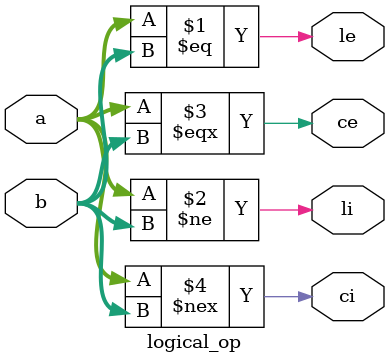
<source format=v>
module logical_op
(input [3:0]a,b,
output le,li,ce,ci);

assign le = a == b,
		li = a != b,
		ce = a === b,
		ci = a !==b;

endmodule 
</source>
